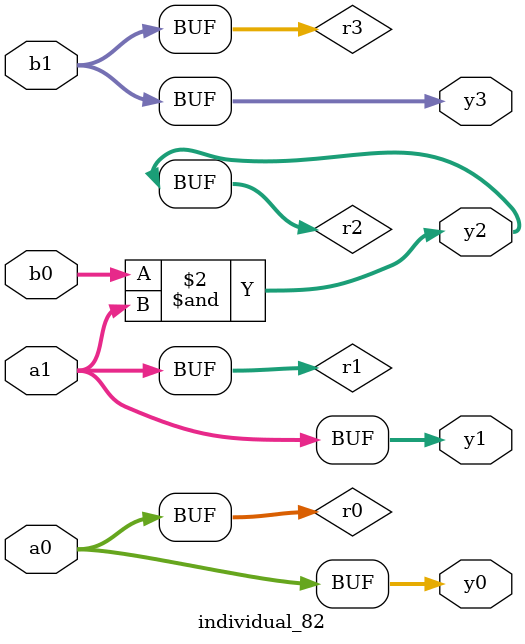
<source format=sv>
module individual_82(input logic [15:0] a1, input logic [15:0] a0, input logic [15:0] b1, input logic [15:0] b0, output logic [15:0] y3, output logic [15:0] y2, output logic [15:0] y1, output logic [15:0] y0);
logic [15:0] r0, r1, r2, r3; 
 always@(*) begin 
	 r0 = a0; r1 = a1; r2 = b0; r3 = b1; 
 	 r2  &=  a1 ;
 	 y3 = r3; y2 = r2; y1 = r1; y0 = r0; 
end
endmodule
</source>
